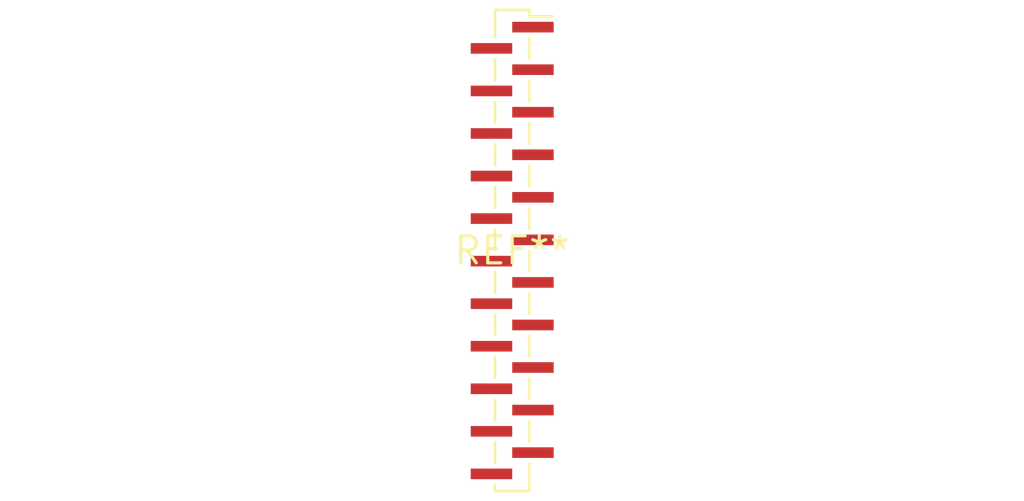
<source format=kicad_pcb>
(kicad_pcb (version 20240108) (generator pcbnew)
  (layers (0 "F.Cu" signal) (31 "B.Cu" signal) (34 "B.Paste" user) (35 "F.Paste" user) (36 "B.SilkS" user "B.Silkscreen") (37 "F.SilkS" user "F.Silkscreen") (38 "B.Mask" user) (39 "F.Mask" user) (44 "Edge.Cuts" user))
  (net 0 "")
  (footprint "PinSocket_1x22_P1.00mm_Vertical_SMD_Pin1Right" (layer "F.Cu") (at 0 0)
    (property "Reference" "REF**")
    (property "Value" "PinSocket_1x22_P1.00mm_Vertical_SMD_Pin1Right")
    (fp_line (start -0.81 -11.31) (end -0.81 -10.01) (layer "F.SilkS") (stroke (width 0.12)))
    (fp_line (start -0.81 -11.31) (end 0.81 -11.31) (layer "F.SilkS") (stroke (width 0.12)))
    (fp_line (start -0.81 -8.99) (end -0.81 -8.01) (layer "F.SilkS") (stroke (width 0.12)))
    (fp_line (start -0.81 -6.99) (end -0.81 -6.01) (layer "F.SilkS") (stroke (width 0.12)))
    (fp_line (start -0.81 -4.99) (end -0.81 -4.01) (layer "F.SilkS") (stroke (width 0.12)))
    (fp_line (start -0.81 -2.99) (end -0.81 -2.01) (layer "F.SilkS") (stroke (width 0.12)))
    (fp_line (start -0.81 -0.99) (end -0.81 -0.01) (layer "F.SilkS") (stroke (width 0.12)))
    (fp_line (start -0.81 1.01) (end -0.81 1.99) (layer "F.SilkS") (stroke (width 0.12)))
    (fp_line (start -0.81 3.01) (end -0.81 3.99) (layer "F.SilkS") (stroke (width 0.12)))
    (fp_line (start -0.81 5.01) (end -0.81 5.99) (layer "F.SilkS") (stroke (width 0.12)))
    (fp_line (start -0.81 7.01) (end -0.81 7.99) (layer "F.SilkS") (stroke (width 0.12)))
    (fp_line (start -0.81 9.01) (end -0.81 9.99) (layer "F.SilkS") (stroke (width 0.12)))
    (fp_line (start -0.81 11.01) (end -0.81 11.31) (layer "F.SilkS") (stroke (width 0.12)))
    (fp_line (start -0.81 11.31) (end 0.81 11.31) (layer "F.SilkS") (stroke (width 0.12)))
    (fp_line (start 0.81 -11.31) (end 0.81 -11.01) (layer "F.SilkS") (stroke (width 0.12)))
    (fp_line (start 0.81 -11.01) (end 1.89 -11.01) (layer "F.SilkS") (stroke (width 0.12)))
    (fp_line (start 0.81 -9.99) (end 0.81 -9.01) (layer "F.SilkS") (stroke (width 0.12)))
    (fp_line (start 0.81 -7.99) (end 0.81 -7.01) (layer "F.SilkS") (stroke (width 0.12)))
    (fp_line (start 0.81 -5.99) (end 0.81 -5.01) (layer "F.SilkS") (stroke (width 0.12)))
    (fp_line (start 0.81 -3.99) (end 0.81 -3.01) (layer "F.SilkS") (stroke (width 0.12)))
    (fp_line (start 0.81 -1.99) (end 0.81 -1.01) (layer "F.SilkS") (stroke (width 0.12)))
    (fp_line (start 0.81 0.01) (end 0.81 0.99) (layer "F.SilkS") (stroke (width 0.12)))
    (fp_line (start 0.81 2.01) (end 0.81 2.99) (layer "F.SilkS") (stroke (width 0.12)))
    (fp_line (start 0.81 4.01) (end 0.81 4.99) (layer "F.SilkS") (stroke (width 0.12)))
    (fp_line (start 0.81 6.01) (end 0.81 6.99) (layer "F.SilkS") (stroke (width 0.12)))
    (fp_line (start 0.81 8.01) (end 0.81 8.99) (layer "F.SilkS") (stroke (width 0.12)))
    (fp_line (start 0.81 10.01) (end 0.81 11.31) (layer "F.SilkS") (stroke (width 0.12)))
    (pad "1" smd rect (at 0.975 -10.5) (size 1.95 0.5) (layers "F.Cu" "F.Paste" "F.Mask"))
    (pad "2" smd rect (at -0.975 -9.5) (size 1.95 0.5) (layers "F.Cu" "F.Paste" "F.Mask"))
    (pad "3" smd rect (at 0.975 -8.5) (size 1.95 0.5) (layers "F.Cu" "F.Paste" "F.Mask"))
    (pad "4" smd rect (at -0.975 -7.5) (size 1.95 0.5) (layers "F.Cu" "F.Paste" "F.Mask"))
    (pad "5" smd rect (at 0.975 -6.5) (size 1.95 0.5) (layers "F.Cu" "F.Paste" "F.Mask"))
    (pad "6" smd rect (at -0.975 -5.5) (size 1.95 0.5) (layers "F.Cu" "F.Paste" "F.Mask"))
    (pad "7" smd rect (at 0.975 -4.5) (size 1.95 0.5) (layers "F.Cu" "F.Paste" "F.Mask"))
    (pad "8" smd rect (at -0.975 -3.5) (size 1.95 0.5) (layers "F.Cu" "F.Paste" "F.Mask"))
    (pad "9" smd rect (at 0.975 -2.5) (size 1.95 0.5) (layers "F.Cu" "F.Paste" "F.Mask"))
    (pad "10" smd rect (at -0.975 -1.5) (size 1.95 0.5) (layers "F.Cu" "F.Paste" "F.Mask"))
    (pad "11" smd rect (at 0.975 -0.5) (size 1.95 0.5) (layers "F.Cu" "F.Paste" "F.Mask"))
    (pad "12" smd rect (at -0.975 0.5) (size 1.95 0.5) (layers "F.Cu" "F.Paste" "F.Mask"))
    (pad "13" smd rect (at 0.975 1.5) (size 1.95 0.5) (layers "F.Cu" "F.Paste" "F.Mask"))
    (pad "14" smd rect (at -0.975 2.5) (size 1.95 0.5) (layers "F.Cu" "F.Paste" "F.Mask"))
    (pad "15" smd rect (at 0.975 3.5) (size 1.95 0.5) (layers "F.Cu" "F.Paste" "F.Mask"))
    (pad "16" smd rect (at -0.975 4.5) (size 1.95 0.5) (layers "F.Cu" "F.Paste" "F.Mask"))
    (pad "17" smd rect (at 0.975 5.5) (size 1.95 0.5) (layers "F.Cu" "F.Paste" "F.Mask"))
    (pad "18" smd rect (at -0.975 6.5) (size 1.95 0.5) (layers "F.Cu" "F.Paste" "F.Mask"))
    (pad "19" smd rect (at 0.975 7.5) (size 1.95 0.5) (layers "F.Cu" "F.Paste" "F.Mask"))
    (pad "20" smd rect (at -0.975 8.5) (size 1.95 0.5) (layers "F.Cu" "F.Paste" "F.Mask"))
    (pad "21" smd rect (at 0.975 9.5) (size 1.95 0.5) (layers "F.Cu" "F.Paste" "F.Mask"))
    (pad "22" smd rect (at -0.975 10.5) (size 1.95 0.5) (layers "F.Cu" "F.Paste" "F.Mask"))
  )
)
</source>
